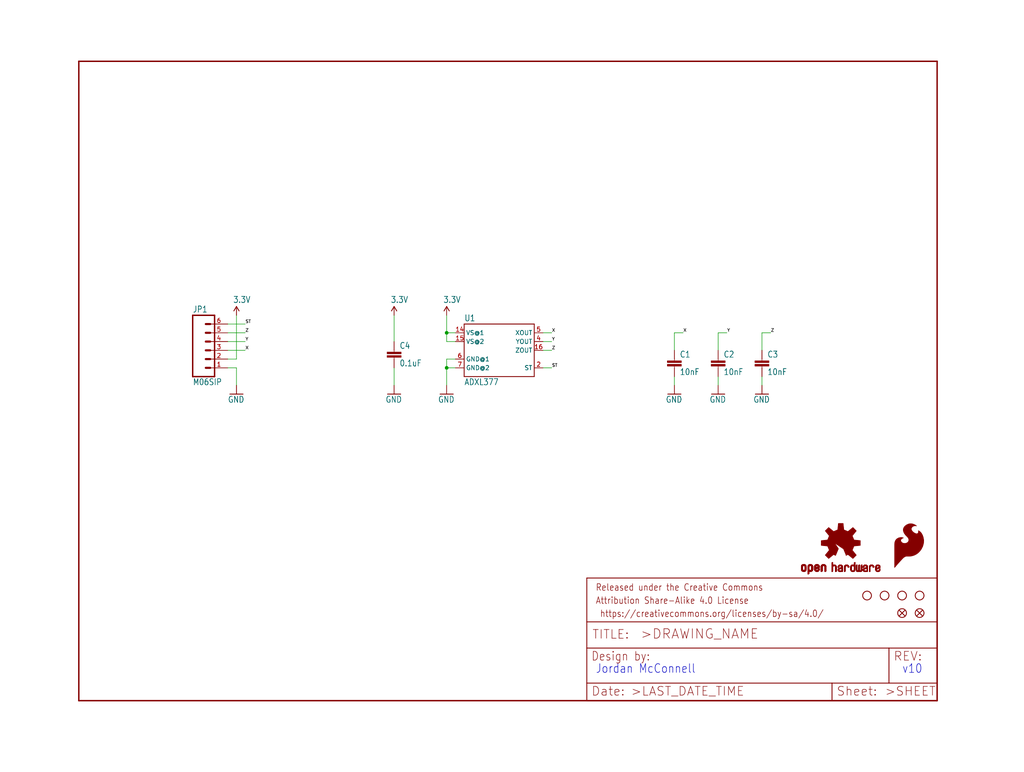
<source format=kicad_sch>
(kicad_sch (version 20211123) (generator eeschema)
  (paper "User" 297.002 223.926)
  (lib_symbols
    (symbol "schematicEagle-eagle-import:0.1UF-25V(+80{slash}-20%)(0603)"
      (property "Reference" "C" (at 1.524 2.921 0))
      (property "Value" "0.1UF-25V(+80{slash}-20%)(0603)" (at 1.524 -2.159 0))
      (symbol "0.1UF-25V(+80{slash}-20%)(0603)_1_0"
        (pin passive line (at 0 5.08 270) (length 2.54) (name "1") (number "1"))
        (pin passive line (at 0 -2.54 90) (length 2.54) (name "2") (number "2"))
      )
    )
    (symbol "schematicEagle-eagle-import:10NF{slash}10000PF-50V-10%(0603)"
      (property "Reference" "C" (at 1.524 2.921 0))
      (property "Value" "10NF{slash}10000PF-50V-10%(0603)" (at 1.524 -2.159 0))
      (symbol "10NF{slash}10000PF-50V-10%(0603)_1_0"
        (pin passive line (at 0 5.08 270) (length 2.54) (name "1") (number "1"))
        (pin passive line (at 0 -2.54 90) (length 2.54) (name "2") (number "2"))
      )
    )
    (symbol "schematicEagle-eagle-import:3.3V" (power)
      (property "Value" "3.3V" (at -1.016 3.556 0))
      (symbol "3.3V_1_0"
        (pin power_in line (at 0 0 90) (length 2.54) (name "3.3V") (number "1"))
      )
    )
    (symbol "schematicEagle-eagle-import:ADXL377"
      (property "Value" "ADXL377" (at -10.16 -10.16 0))
      (symbol "ADXL377_1_0"
        (pin bidirectional line (at -12.7 5.08 0) (length 2.54) (name "VS@1") (number "14"))
        (pin bidirectional line (at -12.7 2.54 0) (length 2.54) (name "VS@2") (number "15"))
        (pin bidirectional line (at 12.7 0 180) (length 2.54) (name "ZOUT") (number "16"))
        (pin bidirectional line (at 12.7 -5.08 180) (length 2.54) (name "ST") (number "2"))
        (pin bidirectional line (at 12.7 2.54 180) (length 2.54) (name "YOUT") (number "4"))
        (pin bidirectional line (at 12.7 5.08 180) (length 2.54) (name "XOUT") (number "5"))
        (pin bidirectional line (at -12.7 -2.54 0) (length 2.54) (name "GND@1") (number "6"))
        (pin bidirectional line (at -12.7 -5.08 0) (length 2.54) (name "GND@2") (number "7"))
      )
    )
    (symbol "schematicEagle-eagle-import:FIDUCIAL1X2")
    (symbol "schematicEagle-eagle-import:FRAME-LETTER"
      (symbol "FRAME-LETTER_2_0"
        (text " https://creativecommons.org/licenses/by-sa/4.0/" (at 2.54 24.13 0) (effects (font (size 1.9304 1.6408)) (justify left bottom)))
        (text ">DRAWING_NAME" (at 15.494 17.78 0) (effects (font (size 2.7432 2.7432)) (justify left bottom)))
        (text ">LAST_DATE_TIME" (at 12.7 1.27 0) (effects (font (size 2.54 2.54)) (justify left bottom)))
        (text ">SHEET" (at 86.36 1.27 0) (effects (font (size 2.54 2.54)) (justify left bottom)))
        (text "Attribution Share-Alike 4.0 License" (at 2.54 27.94 0) (effects (font (size 1.9304 1.6408)) (justify left bottom)))
        (text "Date:" (at 1.27 1.27 0) (effects (font (size 2.54 2.54)) (justify left bottom)))
        (text "Design by:" (at 1.27 11.43 0) (effects (font (size 2.54 2.159)) (justify left bottom)))
        (text "Released under the Creative Commons" (at 2.54 31.75 0) (effects (font (size 1.9304 1.6408)) (justify left bottom)))
        (text "REV:" (at 88.9 11.43 0) (effects (font (size 2.54 2.54)) (justify left bottom)))
        (text "Sheet:" (at 72.39 1.27 0) (effects (font (size 2.54 2.54)) (justify left bottom)))
        (text "TITLE:" (at 1.524 17.78 0) (effects (font (size 2.54 2.54)) (justify left bottom)))
      )
    )
    (symbol "schematicEagle-eagle-import:GND" (power)
      (property "Value" "GND" (at -2.54 -2.54 0))
      (symbol "GND_1_0"
        (pin power_in line (at 0 2.54 270) (length 2.54) (name "GND") (number "1"))
      )
    )
    (symbol "schematicEagle-eagle-import:M06SIP"
      (property "Reference" "JP" (at -5.08 10.922 0))
      (property "Value" "M06SIP" (at -5.08 -10.16 0))
      (symbol "M06SIP_1_0"
        (pin passive line (at 5.08 -5.08 180) (length 5.08) (name "1") (number "1"))
        (pin passive line (at 5.08 -2.54 180) (length 5.08) (name "2") (number "2"))
        (pin passive line (at 5.08 0 180) (length 5.08) (name "3") (number "3"))
        (pin passive line (at 5.08 2.54 180) (length 5.08) (name "4") (number "4"))
        (pin passive line (at 5.08 5.08 180) (length 5.08) (name "5") (number "5"))
        (pin passive line (at 5.08 7.62 180) (length 5.08) (name "6") (number "6"))
      )
    )
    (symbol "schematicEagle-eagle-import:OSHW-LOGOS")
    (symbol "schematicEagle-eagle-import:SFE_LOGO_FLAME.1_INCH")
    (symbol "schematicEagle-eagle-import:STAND-OFF")
  )
  (junction (at 129.54 106.68))
  (junction (at 129.54 96.52))
  (wire (pts (xy 157.48 106.68) (xy 160.02 106.68)))
  (wire (pts (xy 195.58 101.6) (xy 195.58 96.52)))
  (wire (pts (xy 66.04 96.52) (xy 71.12 96.52)))
  (wire (pts (xy 220.98 101.6) (xy 220.98 96.52)))
  (wire (pts (xy 157.48 101.6) (xy 160.02 101.6)))
  (wire (pts (xy 114.3 91.44) (xy 114.3 99.06)))
  (wire (pts (xy 129.54 106.68) (xy 132.08 106.68)))
  (wire (pts (xy 132.08 104.14) (xy 129.54 104.14)))
  (wire (pts (xy 66.04 93.98) (xy 71.12 93.98)))
  (wire (pts (xy 208.28 96.52) (xy 210.82 96.52)))
  (wire (pts (xy 68.58 106.68) (xy 66.04 106.68)))
  (wire (pts (xy 66.04 99.06) (xy 71.12 99.06)))
  (wire (pts (xy 129.54 111.76) (xy 129.54 106.68)))
  (wire (pts (xy 68.58 91.44) (xy 68.58 104.14)))
  (wire (pts (xy 66.04 101.6) (xy 71.12 101.6)))
  (wire (pts (xy 129.54 104.14) (xy 129.54 106.68)))
  (wire (pts (xy 208.28 109.22) (xy 208.28 111.76)))
  (wire (pts (xy 129.54 99.06) (xy 129.54 96.52)))
  (wire (pts (xy 132.08 96.52) (xy 129.54 96.52)))
  (wire (pts (xy 208.28 101.6) (xy 208.28 96.52)))
  (wire (pts (xy 157.48 96.52) (xy 160.02 96.52)))
  (wire (pts (xy 195.58 96.52) (xy 198.12 96.52)))
  (wire (pts (xy 68.58 111.76) (xy 68.58 106.68)))
  (wire (pts (xy 129.54 96.52) (xy 129.54 91.44)))
  (wire (pts (xy 114.3 106.68) (xy 114.3 111.76)))
  (wire (pts (xy 68.58 104.14) (xy 66.04 104.14)))
  (wire (pts (xy 157.48 99.06) (xy 160.02 99.06)))
  (wire (pts (xy 195.58 111.76) (xy 195.58 109.22)))
  (wire (pts (xy 220.98 96.52) (xy 223.52 96.52)))
  (wire (pts (xy 132.08 99.06) (xy 129.54 99.06)))
  (wire (pts (xy 220.98 109.22) (xy 220.98 111.76)))
  (text "v10" (at 261.62 195.58 180) (effects (font (size 2.54 2.159)) (justify left bottom)))
  (text "Jordan McConnell" (at 172.72 195.58 180) (effects (font (size 2.54 2.159)) (justify left bottom)))
  (label "X" (at 71.12 101.6 0) (effects (font (size 0.889 0.889))))
  (label "Z" (at 223.52 96.52 0) (effects (font (size 0.889 0.889))))
  (label "Y" (at 210.82 96.52 0) (effects (font (size 0.889 0.889))))
  (label "Y" (at 71.12 99.06 0) (effects (font (size 0.889 0.889))))
  (label "ST" (at 160.02 106.68 0) (effects (font (size 0.889 0.889))))
  (label "Y" (at 160.02 99.06 0) (effects (font (size 0.889 0.889))))
  (label "X" (at 198.12 96.52 0) (effects (font (size 0.889 0.889))))
  (label "ST" (at 71.12 93.98 0) (effects (font (size 0.889 0.889))))
  (label "Z" (at 160.02 101.6 0) (effects (font (size 0.889 0.889))))
  (label "Z" (at 71.12 96.52 0) (effects (font (size 0.889 0.889))))
  (label "X" (at 160.02 96.52 0) (effects (font (size 0.889 0.889))))
  (symbol (lib_id "schematicEagle-eagle-import:3.3V") (at 129.54 91.44 0) (unit 1)
    (property "Reference" "#SUPPLY1" (effects hide))
    (property "Value" "3.3V" (at 128.524 87.884 0) (effects (font (size 1.778 1.5113)) (justify left bottom)))
    (property "Footprint" "schematicEagle:" (effects hide))
  )
  (symbol (lib_id "schematicEagle-eagle-import:STAND-OFF") (at 261.62 172.72 0) (unit 1)
    (property "Reference" "STANDOFF2" (effects hide))
    (property "Value" "STAND-OFF" (effects hide))
    (property "Footprint" "schematicEagle:STAND-OFF" (effects hide))
  )
  (symbol (lib_id "schematicEagle-eagle-import:FIDUCIAL1X2") (at 261.62 177.8 0) (unit 1)
    (property "Reference" "FID2" (effects hide))
    (property "Value" "FIDUCIAL1X2" (effects hide))
    (property "Footprint" "schematicEagle:FIDUCIAL-1X2" (effects hide))
  )
  (symbol (lib_id "schematicEagle-eagle-import:OSHW-LOGOS") (at 243.84 157.48 0) (unit 1)
    (property "Reference" "LOGO2" (effects hide))
    (property "Value" "OSHW-LOGOS" (effects hide))
    (property "Footprint" "schematicEagle:OSHW-LOGO-S" (effects hide))
  )
  (symbol (lib_id "schematicEagle-eagle-import:STAND-OFF") (at 256.54 172.72 0) (unit 1)
    (property "Reference" "STANDOFF3" (effects hide))
    (property "Value" "STAND-OFF" (effects hide))
    (property "Footprint" "schematicEagle:STAND-OFF" (effects hide))
  )
  (symbol (lib_id "schematicEagle-eagle-import:SFE_LOGO_FLAME.1_INCH") (at 259.08 165.1 0) (unit 1)
    (property "Reference" "LOGO1" (effects hide))
    (property "Value" "SFE_LOGO_FLAME.1_INCH" (effects hide))
    (property "Footprint" "schematicEagle:SFE_LOGO_FLAME_.1" (effects hide))
  )
  (symbol (lib_id "schematicEagle-eagle-import:0.1UF-25V(+80{slash}-20%)(0603)") (at 114.3 104.14 0) (unit 1)
    (property "Reference" "C4" (at 115.824 101.219 0) (effects (font (size 1.778 1.5113)) (justify left bottom)))
    (property "Value" "0.1uF" (at 115.824 106.299 0) (effects (font (size 1.778 1.5113)) (justify left bottom)))
    (property "Footprint" "schematicEagle:0603-CAP" (effects hide))
  )
  (symbol (lib_id "schematicEagle-eagle-import:GND") (at 195.58 114.3 0) (unit 1)
    (property "Reference" "#GND3" (effects hide))
    (property "Value" "GND" (at 193.04 116.84 0) (effects (font (size 1.778 1.5113)) (justify left bottom)))
    (property "Footprint" "schematicEagle:" (effects hide))
  )
  (symbol (lib_id "schematicEagle-eagle-import:FRAME-LETTER") (at 22.86 203.2 0) (unit 1)
    (property "Reference" "FRAME1" (effects hide))
    (property "Value" "FRAME-LETTER" (effects hide))
    (property "Footprint" "schematicEagle:CREATIVE_COMMONS" (effects hide))
  )
  (symbol (lib_id "schematicEagle-eagle-import:10NF{slash}10000PF-50V-10%(0603)") (at 220.98 106.68 0) (unit 1)
    (property "Reference" "C3" (at 222.504 103.759 0) (effects (font (size 1.778 1.5113)) (justify left bottom)))
    (property "Value" "10nF" (at 222.504 108.839 0) (effects (font (size 1.778 1.5113)) (justify left bottom)))
    (property "Footprint" "schematicEagle:0603-CAP" (effects hide))
  )
  (symbol (lib_id "schematicEagle-eagle-import:3.3V") (at 114.3 91.44 0) (unit 1)
    (property "Reference" "#SUPPLY3" (effects hide))
    (property "Value" "3.3V" (at 113.284 87.884 0) (effects (font (size 1.778 1.5113)) (justify left bottom)))
    (property "Footprint" "schematicEagle:" (effects hide))
  )
  (symbol (lib_id "schematicEagle-eagle-import:GND") (at 208.28 114.3 0) (unit 1)
    (property "Reference" "#GND4" (effects hide))
    (property "Value" "GND" (at 205.74 116.84 0) (effects (font (size 1.778 1.5113)) (justify left bottom)))
    (property "Footprint" "schematicEagle:" (effects hide))
  )
  (symbol (lib_id "schematicEagle-eagle-import:10NF{slash}10000PF-50V-10%(0603)") (at 208.28 106.68 0) (unit 1)
    (property "Reference" "C2" (at 209.804 103.759 0) (effects (font (size 1.778 1.5113)) (justify left bottom)))
    (property "Value" "10nF" (at 209.804 108.839 0) (effects (font (size 1.778 1.5113)) (justify left bottom)))
    (property "Footprint" "schematicEagle:0603-CAP" (effects hide))
  )
  (symbol (lib_id "schematicEagle-eagle-import:ADXL377") (at 144.78 101.6 0) (unit 1)
    (property "Reference" "U1" (at 134.62 93.218 0) (effects (font (size 1.778 1.5113)) (justify left bottom)))
    (property "Value" "ADXL377" (at 134.62 111.76 0) (effects (font (size 1.778 1.5113)) (justify left bottom)))
    (property "Footprint" "schematicEagle:LFCSP_LQ-16" (effects hide))
  )
  (symbol (lib_id "schematicEagle-eagle-import:FRAME-LETTER") (at 170.18 203.2 0) (unit 2)
    (property "Reference" "FRAME1" (effects hide))
    (property "Value" "FRAME-LETTER" (effects hide))
    (property "Footprint" "schematicEagle:CREATIVE_COMMONS" (effects hide))
  )
  (symbol (lib_id "schematicEagle-eagle-import:GND") (at 220.98 114.3 0) (unit 1)
    (property "Reference" "#GND5" (effects hide))
    (property "Value" "GND" (at 218.44 116.84 0) (effects (font (size 1.778 1.5113)) (justify left bottom)))
    (property "Footprint" "schematicEagle:" (effects hide))
  )
  (symbol (lib_id "schematicEagle-eagle-import:STAND-OFF") (at 266.7 172.72 0) (unit 1)
    (property "Reference" "STANDOFF1" (effects hide))
    (property "Value" "STAND-OFF" (effects hide))
    (property "Footprint" "schematicEagle:STAND-OFF" (effects hide))
  )
  (symbol (lib_id "schematicEagle-eagle-import:10NF{slash}10000PF-50V-10%(0603)") (at 195.58 106.68 0) (unit 1)
    (property "Reference" "C1" (at 197.104 103.759 0) (effects (font (size 1.778 1.5113)) (justify left bottom)))
    (property "Value" "10nF" (at 197.104 108.839 0) (effects (font (size 1.778 1.5113)) (justify left bottom)))
    (property "Footprint" "schematicEagle:0603-CAP" (effects hide))
  )
  (symbol (lib_id "schematicEagle-eagle-import:GND") (at 68.58 114.3 0) (unit 1)
    (property "Reference" "#GND1" (effects hide))
    (property "Value" "GND" (at 66.04 116.84 0) (effects (font (size 1.778 1.5113)) (justify left bottom)))
    (property "Footprint" "schematicEagle:" (effects hide))
  )
  (symbol (lib_id "schematicEagle-eagle-import:3.3V") (at 68.58 91.44 0) (unit 1)
    (property "Reference" "#SUPPLY2" (effects hide))
    (property "Value" "3.3V" (at 67.564 87.884 0) (effects (font (size 1.778 1.5113)) (justify left bottom)))
    (property "Footprint" "schematicEagle:" (effects hide))
  )
  (symbol (lib_id "schematicEagle-eagle-import:M06SIP") (at 60.96 101.6 0) (unit 1)
    (property "Reference" "JP1" (at 55.88 90.678 0) (effects (font (size 1.778 1.5113)) (justify left bottom)))
    (property "Value" "M06SIP" (at 55.88 111.76 0) (effects (font (size 1.778 1.5113)) (justify left bottom)))
    (property "Footprint" "schematicEagle:1X06" (effects hide))
  )
  (symbol (lib_id "schematicEagle-eagle-import:STAND-OFF") (at 251.46 172.72 0) (unit 1)
    (property "Reference" "STANDOFF4" (effects hide))
    (property "Value" "STAND-OFF" (effects hide))
    (property "Footprint" "schematicEagle:STAND-OFF" (effects hide))
  )
  (symbol (lib_id "schematicEagle-eagle-import:FIDUCIAL1X2") (at 266.7 177.8 0) (unit 1)
    (property "Reference" "FID1" (effects hide))
    (property "Value" "FIDUCIAL1X2" (effects hide))
    (property "Footprint" "schematicEagle:FIDUCIAL-1X2" (effects hide))
  )
  (symbol (lib_id "schematicEagle-eagle-import:GND") (at 114.3 114.3 0) (unit 1)
    (property "Reference" "#GND6" (effects hide))
    (property "Value" "GND" (at 111.76 116.84 0) (effects (font (size 1.778 1.5113)) (justify left bottom)))
    (property "Footprint" "schematicEagle:" (effects hide))
  )
  (symbol (lib_id "schematicEagle-eagle-import:GND") (at 129.54 114.3 0) (unit 1)
    (property "Reference" "#GND2" (effects hide))
    (property "Value" "GND" (at 127 116.84 0) (effects (font (size 1.778 1.5113)) (justify left bottom)))
    (property "Footprint" "schematicEagle:" (effects hide))
  )
)
</source>
